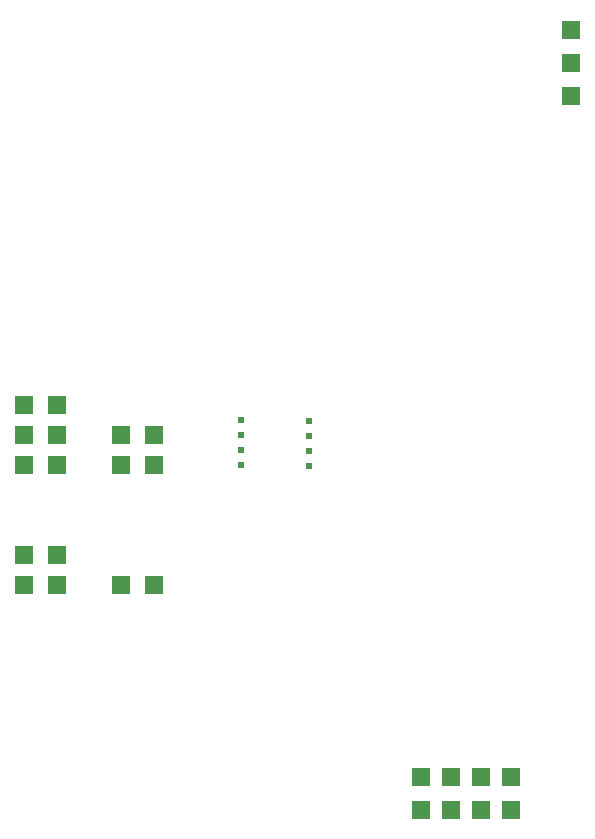
<source format=gbr>
%FSLAX34Y34*%
%MOMM*%
%LNSMDMASK_BOTTOM*%
G71*
G01*
%ADD10R, 0.500X0.500*%
%ADD11R, 1.600X1.600*%
%LPD*%
X381000Y393700D02*
G54D10*
D03*
X381000Y406400D02*
G54D10*
D03*
X381000Y419100D02*
G54D10*
D03*
X381000Y431800D02*
G54D10*
D03*
X438150Y392906D02*
G54D10*
D03*
X438150Y405606D02*
G54D10*
D03*
X438150Y418306D02*
G54D10*
D03*
X438150Y431006D02*
G54D10*
D03*
X660400Y734000D02*
G54D11*
D03*
X660400Y762000D02*
G54D11*
D03*
X660400Y706000D02*
G54D11*
D03*
X660400Y734000D02*
G54D11*
D03*
X307400Y292100D02*
G54D11*
D03*
X279400Y292100D02*
G54D11*
D03*
X307400Y393700D02*
G54D11*
D03*
X279400Y393700D02*
G54D11*
D03*
X307400Y419100D02*
G54D11*
D03*
X279400Y419100D02*
G54D11*
D03*
X224850Y444500D02*
G54D11*
D03*
X196850Y444500D02*
G54D11*
D03*
X224850Y419100D02*
G54D11*
D03*
X196850Y419100D02*
G54D11*
D03*
X224850Y317500D02*
G54D11*
D03*
X196850Y317500D02*
G54D11*
D03*
X224850Y292100D02*
G54D11*
D03*
X196850Y292100D02*
G54D11*
D03*
X224850Y393700D02*
G54D11*
D03*
X196850Y393700D02*
G54D11*
D03*
X533400Y101600D02*
G54D11*
D03*
X533400Y129600D02*
G54D11*
D03*
X558800Y101600D02*
G54D11*
D03*
X558800Y129600D02*
G54D11*
D03*
X584200Y101600D02*
G54D11*
D03*
X584200Y129600D02*
G54D11*
D03*
X609600Y101600D02*
G54D11*
D03*
X609600Y129600D02*
G54D11*
D03*
M02*

</source>
